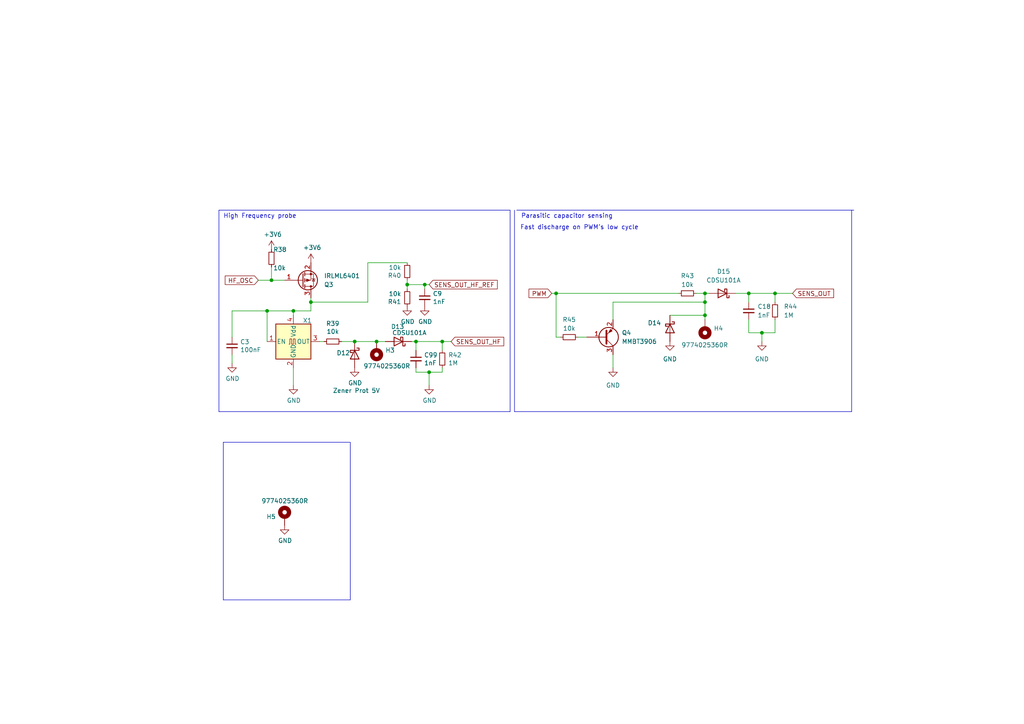
<source format=kicad_sch>
(kicad_sch (version 20250114) (generator "eeschema") (generator_version "9.0")
  (paper "A4")
  (title_block (title "SOIL_SENSOR") (date "2025-08-14") (rev "1.0.4"))
  (lib_symbols
    (symbol "Device:C_Small" (pin_numbers (hide yes)) (pin_names (offset 0.254) (hide yes))
      (property "Reference" "C" (at 0.254 1.778 0))
      (property "Value" "C_Small" (at 0.254 -2.032 0))
      (symbol "C_Small_0_1"
        (polyline (pts (xy -1.524 0.508) (xy 1.524 0.508)) (stroke (width 0.3048)))
        (polyline (pts (xy -1.524 -0.508) (xy 1.524 -0.508)) (stroke (width 0.3302)))
      )
      (symbol "C_Small_1_1"
        (pin passive line (at 0 2.54 270) (length 2.032) (name "~") (number "1"))
        (pin passive line (at 0 -2.54 90) (length 2.032) (name "~") (number "2"))
      )
    )
    (symbol "Device:D_Schottky" (pin_numbers (hide yes)) (pin_names (offset 1.016) (hide yes))
      (property "Reference" "D" (at 0 2.54 0))
      (property "Value" "D_Schottky" (at 0 -2.54 0))
      (symbol "D_Schottky_0_1"
        (polyline (pts (xy -1.905 0.635) (xy -1.905 1.27) (xy -1.27 1.27) (xy -1.27 -1.27) (xy -0.635 -1.27) (xy -0.635 -0.635)) (stroke (width 0.254)))
        (polyline (pts (xy 1.27 1.27) (xy 1.27 -1.27) (xy -1.27 0) (xy 1.27 1.27)) (stroke (width 0.254)))
        (polyline (pts (xy 1.27 0) (xy -1.27 0)))
      )
      (symbol "D_Schottky_1_1"
        (pin passive line (at -3.81 0 0) (length 2.54) (name "K") (number "1"))
        (pin passive line (at 3.81 0 180) (length 2.54) (name "A") (number "2"))
      )
    )
    (symbol "Device:R_Small" (pin_numbers (hide yes)) (pin_names (offset 0.254) (hide yes))
      (property "Reference" "R" (at 0 0 90))
      (property "Value" "R_Small" (at 1.778 0 90))
      (symbol "R_Small_0_1"
        (rectangle (start -0.762 1.778) (end 0.762 -1.778) (stroke (width 0.2032)))
      )
      (symbol "R_Small_1_1"
        (pin passive line (at 0 2.54 270) (length 0.762) (name "~") (number "1"))
        (pin passive line (at 0 -2.54 90) (length 0.762) (name "~") (number "2"))
      )
    )
    (symbol "Mechanical:MountingHole_Pad" (pin_numbers (hide yes)) (pin_names (offset 1.016) (hide yes))
      (property "Reference" "H" (at 0 6.35 0))
      (property "Value" "MountingHole_Pad" (at 0 4.445 0))
      (symbol "MountingHole_Pad_0_1"
        (circle (center 0 1.27) (radius 1.27) (stroke (width 1.27)))
      )
      (symbol "MountingHole_Pad_1_1"
        (pin input line (at 0 -2.54 90) (length 2.54) (name "1") (number "1"))
      )
    )
    (symbol "Transistor_BJT:MMBT3906" (pin_names (offset 0) (hide yes))
      (property "Reference" "Q" (at 5.08 1.905 0))
      (property "Value" "MMBT3906" (at 5.08 0 0))
      (symbol "MMBT3906_0_1"
        (polyline (pts (xy 0.635 1.905) (xy 0.635 -1.905) (xy 0.635 -1.905)) (stroke (width 0.508)))
        (polyline (pts (xy 0.635 0.635) (xy 2.54 2.54)))
        (polyline (pts (xy 0.635 -0.635) (xy 2.54 -2.54) (xy 2.54 -2.54)))
        (circle (center 1.27 0) (radius 2.8194) (stroke (width 0.254)))
        (polyline (pts (xy 2.286 -1.778) (xy 1.778 -2.286) (xy 1.27 -1.27) (xy 2.286 -1.778) (xy 2.286 -1.778)) (fill (type outline)))
      )
      (symbol "MMBT3906_1_1"
        (pin input line (at -5.08 0 0) (length 5.715) (name "B") (number "1"))
        (pin passive line (at 2.54 5.08 270) (length 2.54) (name "C") (number "3"))
        (pin passive line (at 2.54 -5.08 90) (length 2.54) (name "E") (number "2"))
      )
    )
    (symbol "Transistor_FET:IRLML6401" (pin_names (hide yes))
      (property "Reference" "Q" (at 5.08 1.905 0))
      (property "Value" "IRLML6401" (at 5.08 0 0))
      (symbol "IRLML6401_0_1"
        (polyline (pts (xy 0.254 1.905) (xy 0.254 -1.905)) (stroke (width 0.254)))
        (polyline (pts (xy 0.254 0) (xy -2.54 0)))
        (polyline (pts (xy 0.762 2.286) (xy 0.762 1.27)) (stroke (width 0.254)))
        (polyline (pts (xy 0.762 1.778) (xy 3.302 1.778) (xy 3.302 -1.778) (xy 0.762 -1.778)))
        (polyline (pts (xy 0.762 0.508) (xy 0.762 -0.508)) (stroke (width 0.254)))
        (polyline (pts (xy 0.762 -1.27) (xy 0.762 -2.286)) (stroke (width 0.254)))
        (circle (center 1.651 0) (radius 2.794) (stroke (width 0.254)))
        (polyline (pts (xy 2.286 0) (xy 1.27 0.381) (xy 1.27 -0.381) (xy 2.286 0)) (fill (type outline)))
        (polyline (pts (xy 2.54 2.54) (xy 2.54 1.778)))
        (circle (center 2.54 1.778) (radius 0.254) (fill (type outline)))
        (circle (center 2.54 -1.778) (radius 0.254) (fill (type outline)))
        (polyline (pts (xy 2.54 -2.54) (xy 2.54 0) (xy 0.762 0)))
        (polyline (pts (xy 2.794 -0.508) (xy 2.921 -0.381) (xy 3.683 -0.381) (xy 3.81 -0.254)))
        (polyline (pts (xy 3.302 -0.381) (xy 2.921 0.254) (xy 3.683 0.254) (xy 3.302 -0.381)))
      )
      (symbol "IRLML6401_1_1"
        (pin input line (at -5.08 0 0) (length 2.54) (name "G") (number "1"))
        (pin passive line (at 2.54 5.08 270) (length 2.54) (name "D") (number "3"))
        (pin passive line (at 2.54 -5.08 90) (length 2.54) (name "S") (number "2"))
      )
    )
    (symbol "power:+3V0" (power) (pin_names (offset 0))
      (property "Value" "+3V0" (at 0 3.556 0))
      (symbol "+3V0_0_1"
        (polyline (pts (xy -0.762 1.27) (xy 0 2.54)))
        (polyline (pts (xy 0 2.54) (xy 0.762 1.27)))
        (polyline (pts (xy 0 0) (xy 0 2.54)))
      )
      (symbol "+3V0_1_1"
        (pin power_in line (at 0 0 90) (length 0) (hide yes) (name "+3V0") (number "1"))
      )
    )
    (symbol "power:GND" (power) (pin_names (offset 0))
      (property "Value" "GND" (at 0 -3.81 0))
      (symbol "GND_0_1"
        (polyline (pts (xy 0 0) (xy 0 -1.27) (xy 1.27 -1.27) (xy 0 -2.54) (xy -1.27 -1.27) (xy 0 -1.27)))
      )
      (symbol "GND_1_1"
        (pin power_in line (at 0 0 270) (length 0) (hide yes) (name "GND") (number "1"))
      )
    )
    (symbol "soillib:KC3225" (pin_names (offset 0.254))
      (property "Reference" "X" (at -5.08 6.35 0))
      (symbol "KC3225_0_1"
        (rectangle (start -5.08 5.08) (end 5.08 -5.08) (stroke (width 0.254)) (fill (type background)))
        (polyline (pts (xy -1.27 -0.762) (xy -1.016 -0.762) (xy -1.016 0.762) (xy -0.508 0.762) (xy -0.508 -0.762) (xy 0 -0.762) (xy 0 0.762) (xy 0.508 0.762) (xy 0.508 -0.762) (xy 0.762 -0.762)))
      )
      (symbol "KC3225_1_1"
        (pin input line (at -7.62 0 0) (length 2.54) (name "EN") (number "1"))
        (pin power_in line (at 0 7.62 270) (length 2.54) (name "Vdd") (number "4"))
        (pin power_in line (at 0 -7.62 90) (length 2.54) (name "GND") (number "2"))
        (pin output line (at 7.62 0 180) (length 2.54) (name "OUT") (number "3"))
      )
    )
  )
  (text "High Frequency probe\n" (at 64.77 63.5 0) (effects (font (size 1.27 1.27)) (justify left bottom)))
  (text "Parasitic capacitor sensing" (at 151.13 63.5 0) (effects (font (size 1.27 1.27)) (justify left bottom)))
  (text "Fast discharge on PWM’s low cycle" (at 150.876 66.802 0) (effects (font (size 1.27 1.27)) (justify left bottom)))
  (junction (at 204.47 85.09))
  (junction (at 120.65 99.06))
  (junction (at 217.17 85.09))
  (junction (at 78.74 81.28))
  (junction (at 128.27 99.06))
  (junction (at 204.47 91.44))
  (junction (at 90.17 87.63))
  (junction (at 109.22 99.06))
  (junction (at 118.11 82.55))
  (junction (at 204.47 87.63))
  (junction (at 224.79 85.09))
  (junction (at 85.09 90.17))
  (junction (at 220.98 96.52))
  (junction (at 124.46 107.95))
  (junction (at 77.47 90.17))
  (junction (at 123.19 82.55))
  (junction (at 161.29 85.09))
  (junction (at 102.87 99.06))
  (wire (pts (xy 194.31 91.44) (xy 204.47 91.44)))
  (wire (pts (xy 161.29 97.79) (xy 162.56 97.79)))
  (wire (pts (xy 128.27 107.95) (xy 128.27 106.68)))
  (wire (pts (xy 167.64 97.79) (xy 170.18 97.79)))
  (wire (pts (xy 85.09 90.17) (xy 85.09 91.44)))
  (wire (pts (xy 78.74 81.28) (xy 82.55 81.28)))
  (wire (pts (xy 90.17 90.17) (xy 85.09 90.17)))
  (wire (pts (xy 106.68 87.63) (xy 90.17 87.63)))
  (wire (pts (xy 124.46 107.95) (xy 128.27 107.95)))
  (wire (pts (xy 74.93 81.28) (xy 78.74 81.28)))
  (wire (pts (xy 102.87 99.06) (xy 109.22 99.06)))
  (wire (pts (xy 217.17 87.63) (xy 217.17 85.09)))
  (polyline (pts (xy 149.225 60.96) (xy 149.225 119.38)))
  (wire (pts (xy 90.17 86.36) (xy 90.17 87.63)))
  (wire (pts (xy 120.65 106.68) (xy 120.65 107.95)))
  (wire (pts (xy 204.47 85.09) (xy 204.47 87.63)))
  (wire (pts (xy 120.65 99.06) (xy 128.27 99.06)))
  (wire (pts (xy 160.02 85.09) (xy 161.29 85.09)))
  (wire (pts (xy 204.47 91.44) (xy 204.47 92.71)))
  (wire (pts (xy 124.46 107.95) (xy 124.46 111.76)))
  (wire (pts (xy 78.74 77.47) (xy 78.74 81.28)))
  (wire (pts (xy 220.98 96.52) (xy 217.17 96.52)))
  (wire (pts (xy 201.93 85.09) (xy 204.47 85.09)))
  (wire (pts (xy 177.8 87.63) (xy 177.8 92.71)))
  (wire (pts (xy 204.47 87.63) (xy 204.47 91.44)))
  (wire (pts (xy 161.29 85.09) (xy 196.85 85.09)))
  (polyline (pts (xy 64.77 173.99) (xy 64.77 128.27)))
  (wire (pts (xy 220.98 96.52) (xy 224.79 96.52)))
  (wire (pts (xy 217.17 85.09) (xy 224.79 85.09)))
  (polyline (pts (xy 101.6 173.99) (xy 64.77 173.99)))
  (wire (pts (xy 90.17 87.63) (xy 90.17 90.17)))
  (wire (pts (xy 118.11 76.2) (xy 106.68 76.2)))
  (wire (pts (xy 123.19 82.55) (xy 118.11 82.55)))
  (wire (pts (xy 161.29 85.09) (xy 161.29 97.79)))
  (polyline (pts (xy 101.6 128.27) (xy 101.6 173.99)))
  (wire (pts (xy 118.11 81.28) (xy 118.11 82.55)))
  (wire (pts (xy 124.46 82.55) (xy 123.19 82.55)))
  (wire (pts (xy 123.19 82.55) (xy 123.19 83.82)))
  (wire (pts (xy 67.31 102.87) (xy 67.31 105.41)))
  (wire (pts (xy 77.47 99.06) (xy 77.47 90.17)))
  (wire (pts (xy 224.79 96.52) (xy 224.79 92.71)))
  (wire (pts (xy 177.8 87.63) (xy 204.47 87.63)))
  (wire (pts (xy 128.27 99.06) (xy 130.81 99.06)))
  (wire (pts (xy 118.11 82.55) (xy 118.11 83.82)))
  (wire (pts (xy 128.27 99.06) (xy 128.27 101.6)))
  (wire (pts (xy 120.65 101.6) (xy 120.65 99.06)))
  (wire (pts (xy 224.79 85.09) (xy 224.79 87.63)))
  (wire (pts (xy 177.8 102.87) (xy 177.8 106.68)))
  (wire (pts (xy 204.47 85.09) (xy 205.74 85.09)))
  (polyline (pts (xy 147.955 60.96) (xy 63.5 60.96)))
  (polyline (pts (xy 247.015 60.96) (xy 247.015 119.38)))
  (wire (pts (xy 99.06 99.06) (xy 102.87 99.06)))
  (polyline (pts (xy 63.5 60.96) (xy 63.5 119.38)))
  (wire (pts (xy 124.46 107.95) (xy 120.65 107.95)))
  (polyline (pts (xy 149.86 60.96) (xy 247.65 60.96)))
  (polyline (pts (xy 64.77 128.27) (xy 101.6 128.27)))
  (wire (pts (xy 213.36 85.09) (xy 217.17 85.09)))
  (wire (pts (xy 109.22 99.06) (xy 111.76 99.06)))
  (wire (pts (xy 67.31 90.17) (xy 77.47 90.17)))
  (wire (pts (xy 106.68 76.2) (xy 106.68 87.63)))
  (polyline (pts (xy 63.5 119.38) (xy 147.955 119.38)))
  (wire (pts (xy 217.17 92.71) (xy 217.17 96.52)))
  (wire (pts (xy 92.71 99.06) (xy 93.98 99.06)))
  (polyline (pts (xy 147.955 60.96) (xy 147.955 119.38)))
  (polyline (pts (xy 149.225 119.38) (xy 247.015 119.38)))
  (wire (pts (xy 77.47 90.17) (xy 85.09 90.17)))
  (wire (pts (xy 85.09 111.76) (xy 85.09 106.68)))
  (wire (pts (xy 119.38 99.06) (xy 120.65 99.06)))
  (wire (pts (xy 220.98 96.52) (xy 220.98 99.06)))
  (wire (pts (xy 224.79 85.09) (xy 229.87 85.09)))
  (wire (pts (xy 67.31 90.17) (xy 67.31 97.79)))
  (global_label "SENS_OUT_HF_REF" (shape input) (at 124.46 82.55 0) (property "Intersheetrefs" "${INTERSHEET_REFS}" (effects (hide yes))))
  (global_label "PWM" (shape input) (at 160.02 85.09 180) (property "Intersheetrefs" "${INTERSHEET_REFS}" (effects (hide yes))))
  (global_label "HF_OSC" (shape input) (at 74.93 81.28 180) (property "Intersheetrefs" "${INTERSHEET_REFS}" (effects (hide yes))))
  (global_label "SENS_OUT" (shape input) (at 229.87 85.09 0) (property "Intersheetrefs" "${INTERSHEET_REFS}" (effects (hide yes))))
  (global_label "SENS_OUT_HF" (shape input) (at 130.81 99.06 0) (property "Intersheetrefs" "${INTERSHEET_REFS}" (effects (hide yes))))
  (symbol (lib_id "Device:R_Small") (at 96.52 99.06 90) (unit 1)
    (property "Reference" "R39" (at 96.52 93.853 90))
    (property "Value" "10k" (at 96.52 96.1644 90))
    (property "Footprint" "Resistor_SMD:R_0603_1608Metric" (effects (hide yes)))
    (property "Description" "Resistor, small symbol" (effects (hide yes)))
  )
  (symbol (lib_id "Transistor_FET:IRLML6401") (at 87.63 81.28 0) (mirror x) (unit 1)
    (property "Reference" "Q3" (at 93.98 82.5501 0) (effects (justify left)))
    (property "Value" "IRLML6401" (at 93.98 80.0101 0) (effects (justify left)))
    (property "Footprint" "Package_TO_SOT_SMD:SOT-23" (effects (hide yes)))
    (property "Datasheet" "https://www.infineon.com/dgdl/irlml6401pbf.pdf?fileId=5546d462533600a401535668b96d2634" (effects (hide yes)))
    (property "Description" "-4.3A Id, -12V Vds, 50mOhm Rds, P-Channel HEXFET Power MOSFET, SOT-23" (effects (hide yes)))
    (property "MPN" "IRLML6401" (effects (hide yes)))
  )
  (symbol (lib_id "Mechanical:MountingHole_Pad") (at 204.47 95.25 180) (unit 1)
    (property "Reference" "H4" (at 207.01 95.25 0) (effects (justify right)))
    (property "Value" "9774025360R" (at 197.612 100.076 0) (effects (justify right)))
    (property "Footprint" "Mounting_Wuerth:Mounting_Wuerth_WA-SMSI-M3_H2.5mm_9774025360" (effects (hide yes)))
    (property "Datasheet" "https://www.we-online.com/components/products/datasheet/9774025360R.pdf" (effects (hide yes)))
    (property "MPN" " 9774025360R" (effects (hide yes)))
  )
  (symbol (lib_id "power:GND") (at 118.11 88.9 0) (unit 1)
    (property "Reference" "#PWR0125" (effects (hide yes)))
    (property "Value" "GND" (at 118.237 93.2942 0))
  )
  (symbol (lib_id "Device:R_Small") (at 118.11 78.74 180) (unit 1)
    (property "Reference" "R40" (at 116.3828 79.9084 0) (effects (justify left)))
    (property "Value" "10k" (at 116.3828 77.597 0) (effects (justify left)))
    (property "Footprint" "Resistor_SMD:R_0603_1608Metric" (effects (hide yes)))
    (property "Description" "Resistor, small symbol" (effects (hide yes)))
  )
  (symbol (lib_id "Device:C_Small") (at 217.17 90.17 0) (unit 1)
    (property "Reference" "C18" (at 219.71 88.9062 0) (effects (justify left)))
    (property "Value" "1nF" (at 219.71 91.4462 0) (effects (justify left)))
    (property "Footprint" "Capacitor_SMD:C_0603_1608Metric" (effects (hide yes)))
  )
  (symbol (lib_id "Device:R_Small") (at 165.1 97.79 270) (unit 1)
    (property "Reference" "R45" (at 165.1 92.71 90))
    (property "Value" "10k" (at 165.1 95.25 90))
    (property "Footprint" "Resistor_SMD:R_0603_1608Metric" (effects (hide yes)))
    (property "Description" "Resistor, small symbol" (effects (hide yes)))
  )
  (symbol (lib_id "power:+3V0") (at 78.74 72.39 0) (unit 1)
    (property "Reference" "#PWR098" (effects (hide yes)))
    (property "Value" "+3V6" (at 79.121 67.9958 0))
  )
  (symbol (lib_id "power:GND") (at 67.31 105.41 0) (unit 1)
    (property "Reference" "#PWR041" (effects (hide yes)))
    (property "Value" "GND" (at 67.437 109.8042 0))
  )
  (symbol (lib_id "soillib:KC3225") (at 85.09 99.06 0) (unit 1)
    (property "Reference" "X1" (at 89.154 92.964 0))
    (property "Value" "KC3225K75.0000C1GE00" (effects (hide yes)))
    (property "Footprint" "Oscillator:Oscillator_SMD_SeikoEpson_SG8002CE-4Pin_3.2x2.5mm" (effects (hide yes)))
    (property "Datasheet" "https://ele.kyocera.com/assets/products/crystal-device/clock_k_e.pdf" (effects (hide yes)))
    (property "MPN" "KC3225K75.0000C1GE00" (effects (hide yes)))
  )
  (symbol (lib_id "Device:D_Schottky") (at 194.31 95.25 270) (unit 1)
    (property "Reference" "D14" (at 191.77 93.6624 90) (effects (justify right)))
    (property "Value" "Zener Prot 5V" (effects (hide yes)))
    (property "Footprint" "Diode_SMD:D_SOD-523" (effects (hide yes)))
    (property "MPN" "EDZVT2R5.1B" (effects (hide yes)))
  )
  (symbol (lib_id "Device:C_Small") (at 120.65 104.14 0) (unit 1)
    (property "Reference" "C99" (at 122.9868 102.9716 0) (effects (justify left)))
    (property "Value" "1nF" (at 122.9868 105.283 0) (effects (justify left)))
    (property "Footprint" "Capacitor_SMD:C_0603_1608Metric" (effects (hide yes)))
  )
  (symbol (lib_id "power:GND") (at 123.19 88.9 0) (unit 1)
    (property "Reference" "#PWR0126" (effects (hide yes)))
    (property "Value" "GND" (at 123.317 93.2942 0))
  )
  (symbol (lib_id "Device:D_Schottky") (at 209.55 85.09 180) (unit 1)
    (property "Reference" "D15" (at 209.8675 78.74 0))
    (property "Value" "CDSU101A" (at 209.8675 81.28 0))
    (property "Footprint" "Diode_SMD:D_SOD-523" (effects (hide yes)))
    (property "MPN" "CDSU101A" (effects (hide yes)))
  )
  (symbol (lib_id "Device:D_Schottky") (at 102.87 102.87 270) (unit 1)
    (property "Reference" "D12" (at 99.568 102.362 90))
    (property "Value" "Zener Prot 5V" (at 103.378 113.284 90))
    (property "Footprint" "Diode_SMD:D_SOD-523" (effects (hide yes)))
    (property "MPN" "EDZVT2R5.1B" (effects (hide yes)))
  )
  (symbol (lib_id "power:GND") (at 124.46 111.76 0) (unit 1)
    (property "Reference" "#PWR0127" (effects (hide yes)))
    (property "Value" "GND" (at 124.587 116.1542 0))
  )
  (symbol (lib_id "Device:R_Small") (at 78.74 74.93 0) (unit 1)
    (property "Reference" "R38" (at 79.248 72.39 0) (effects (justify left)))
    (property "Value" "10k" (at 79.248 77.724 0) (effects (justify left)))
    (property "Footprint" "Resistor_SMD:R_0603_1608Metric" (effects (hide yes)))
    (property "Description" "Resistor, small symbol" (effects (hide yes)))
  )
  (symbol (lib_id "power:GND") (at 102.87 106.68 0) (unit 1)
    (property "Reference" "#PWR0111" (effects (hide yes)))
    (property "Value" "GND" (at 102.997 111.0742 0))
  )
  (symbol (lib_id "Device:R_Small") (at 199.39 85.09 90) (unit 1)
    (property "Reference" "R43" (at 199.39 80.01 90))
    (property "Value" "10k" (at 199.39 82.55 90))
    (property "Footprint" "Resistor_SMD:R_0603_1608Metric" (effects (hide yes)))
    (property "Description" "Resistor, small symbol" (effects (hide yes)))
  )
  (symbol (lib_id "power:GND") (at 82.55 152.4 0) (unit 1)
    (property "Reference" "#PWR0130" (effects (hide yes)))
    (property "Value" "GND" (at 82.677 156.7942 0))
  )
  (symbol (lib_id "Device:R_Small") (at 128.27 104.14 0) (unit 1)
    (property "Reference" "R42" (at 129.9972 102.9716 0) (effects (justify left)))
    (property "Value" "1M" (at 129.9972 105.283 0) (effects (justify left)))
    (property "Footprint" "Resistor_SMD:R_0603_1608Metric" (effects (hide yes)))
    (property "Description" "Resistor, small symbol" (effects (hide yes)))
  )
  (symbol (lib_id "power:GND") (at 85.09 111.76 0) (unit 1)
    (property "Reference" "#PWR0108" (effects (hide yes)))
    (property "Value" "GND" (at 85.217 116.1542 0))
  )
  (symbol (lib_id "Device:D_Schottky") (at 115.57 99.06 180) (unit 1)
    (property "Reference" "D13" (at 115.316 94.742 0))
    (property "Value" "CDSU101A" (at 118.745 96.52 0))
    (property "Footprint" "Diode_SMD:D_SOD-523" (effects (hide yes)))
    (property "MPN" "CDSU101A" (effects (hide yes)))
  )
  (symbol (lib_id "power:GND") (at 177.8 106.68 0) (unit 1)
    (property "Reference" "#PWR0131" (effects (hide yes)))
    (property "Value" "GND" (at 177.8 111.76 0))
  )
  (symbol (lib_id "power:GND") (at 220.98 99.06 0) (unit 1)
    (property "Reference" "#PWR0129" (effects (hide yes)))
    (property "Value" "GND" (at 220.98 104.14 0))
  )
  (symbol (lib_id "Device:R_Small") (at 118.11 86.36 180) (unit 1)
    (property "Reference" "R41" (at 116.3828 87.5284 0) (effects (justify left)))
    (property "Value" "10k" (at 116.3828 85.217 0) (effects (justify left)))
    (property "Footprint" "Resistor_SMD:R_0603_1608Metric" (effects (hide yes)))
    (property "Description" "Resistor, small symbol" (effects (hide yes)))
  )
  (symbol (lib_id "Mechanical:MountingHole_Pad") (at 109.22 101.6 180) (unit 1)
    (property "Reference" "H3" (at 111.76 101.6 0) (effects (justify right)))
    (property "Value" "9774025360R" (at 105.41 106.172 0) (effects (justify right)))
    (property "Footprint" "Mounting_Wuerth:Mounting_Wuerth_WA-SMSI-M3_H2.5mm_9774025360" (effects (hide yes)))
    (property "Datasheet" "https://www.we-online.com/components/products/datasheet/9774025360R.pdf" (effects (hide yes)))
    (property "MPN" " 9774025360R" (effects (hide yes)))
  )
  (symbol (lib_id "Transistor_BJT:MMBT3906") (at 175.26 97.79 0) (mirror x) (unit 1)
    (property "Reference" "Q4" (at 180.34 96.5199 0) (effects (justify left)))
    (property "Value" "MMBT3906" (at 180.34 99.0599 0) (effects (justify left)))
    (property "Footprint" "Package_TO_SOT_SMD:SOT-23" (effects (hide yes)))
    (property "Datasheet" "https://www.onsemi.com/pub/Collateral/2N3906-D.PDF" (effects (hide yes)))
    (property "MPN" "MMBT3906-7-F" (effects (hide yes)))
  )
  (symbol (lib_id "power:+3V0") (at 90.17 76.2 0) (unit 1)
    (property "Reference" "#PWR0109" (effects (hide yes)))
    (property "Value" "+3V6" (at 90.551 71.8058 0))
  )
  (symbol (lib_id "Mechanical:MountingHole_Pad") (at 82.55 149.86 0) (unit 1)
    (property "Reference" "H5" (at 80.01 149.86 0) (effects (justify right)))
    (property "Value" "9774025360R" (at 89.408 145.288 0) (effects (justify right)))
    (property "Footprint" "Mounting_Wuerth:Mounting_Wuerth_WA-SMSI-M3_H2.5mm_9774025360" (effects (hide yes)))
    (property "Datasheet" "https://www.we-online.com/components/products/datasheet/9774025360R.pdf" (effects (hide yes)))
    (property "MPN" " 9774025360R" (effects (hide yes)))
  )
  (symbol (lib_id "Device:C_Small") (at 123.19 86.36 0) (unit 1)
    (property "Reference" "C9" (at 125.5268 85.1916 0) (effects (justify left)))
    (property "Value" "1nF" (at 125.5268 87.503 0) (effects (justify left)))
    (property "Footprint" "Capacitor_SMD:C_0603_1608Metric" (effects (hide yes)))
  )
  (symbol (lib_id "Device:C_Small") (at 67.31 100.33 0) (unit 1)
    (property "Reference" "C3" (at 69.6468 99.1616 0) (effects (justify left)))
    (property "Value" "100nF" (at 69.6468 101.473 0) (effects (justify left)))
    (property "Footprint" "Capacitor_SMD:C_0603_1608Metric" (effects (hide yes)))
  )
  (symbol (lib_id "power:GND") (at 194.31 99.06 0) (unit 1)
    (property "Reference" "#PWR0128" (effects (hide yes)))
    (property "Value" "GND" (at 194.31 104.14 0))
  )
  (symbol (lib_id "Device:R_Small") (at 224.79 90.17 0) (unit 1)
    (property "Reference" "R44" (at 227.33 88.8999 0) (effects (justify left)))
    (property "Value" "1M" (at 227.33 91.4399 0) (effects (justify left)))
    (property "Footprint" "Resistor_SMD:R_0603_1608Metric" (effects (hide yes)))
    (property "Description" "Resistor, small symbol" (effects (hide yes)))
  )
)
</source>
